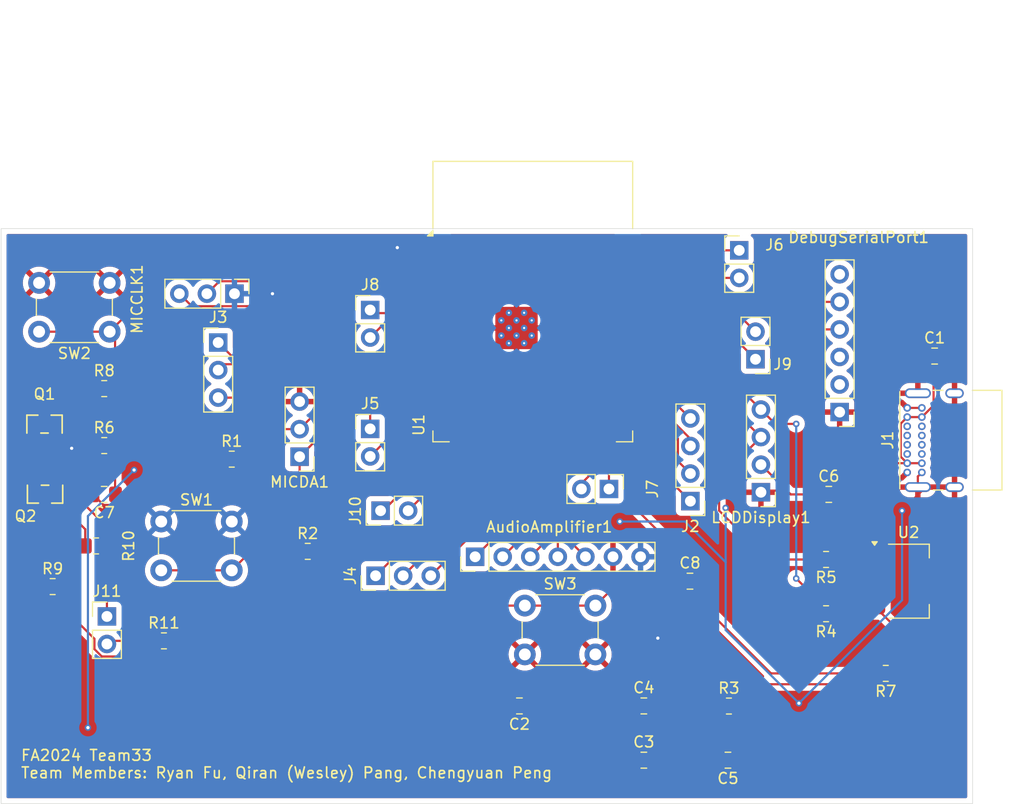
<source format=kicad_pcb>
(kicad_pcb (version 20240108) (generator "pcbnew") (generator_version "8.0")
  (layers (0 "F.Cu" signal) (31 "B.Cu" signal) (34 "B.Paste" user) (35 "F.Paste" user) (36 "B.SilkS" user "B.Silkscreen") (37 "F.SilkS" user "F.Silkscreen") (38 "B.Mask" user) (39 "F.Mask" user) (44 "Edge.Cuts" user))
  (net 0 "")
  (net 1 "GND")
  (net 2 "+5V")
  (net 3 "+3V3")
  (net 4 "Net-(C5-Pad1)")
  (net 11 "/A_Din")
  (net 12 "/A_SDMODEB")
  (net 13 "/A_LRCLK")
  (net 14 "/A_GAIN")
  (net 15 "/A_BCLK")
  (net 16 "/TXS")
  (net 17 "/Chip_EN")
  (net 18 "/GPIO_Strapping")
  (net 19 "/RXS")
  (net 20 "/SDA_LCD")
  (net 21 "/SCL_LCD")
  (net 22 "/MICSDA")
  (net 23 "/MICEN")
  (net 24 "/38")
  (net 25 "/CTS")
  (net 26 "/36")
  (net 27 "/35")
  (net 28 "/37")
  (net 29 "/16")
  (net 30 "/17")
  (net 31 "/46")
  (net 32 "/IO3")
  (net 33 "/15")
  (net 34 "/10")
  (net 35 "/9")
  (net 36 "/11")
  (net 37 "/2")
  (net 38 "/1")
  (net 39 "/MICSCK")
  (net 40 "/48")
  (net 41 "/45")
  (net 42 "/MICWS")
  (net 43 "/7")
  (net 44 "/6")
  (net 45 "/42")
  (net 46 "/41")
  (net 47 "/DTR")
  (net 48 "Net-(Q1-Pad2)")
  (net 49 "Net-(Q1-Pad3)")
  (net 50 "Net-(Q1-Pad1)")
  (net 51 "Net-(Q2-Pad3)")
  (net 54 "/20")
  (net 55 "/19")
  (footprint "Resistor_SMD:R_0805_2012Metric_Pad1.20x1.40mm_HandSolder" (layer "F.Cu") (at 112.75 121.75)
    (property "Reference" "R2" (at 0 -1.65 0) (layer "F.SilkS"))
    (property "Value" "10k")
    (pad "1" smd roundrect (at -1 0) (size 1.2 1.4) (layers "F.Cu" "F.Paste" "F.Mask") (roundrect_rratio 0.208333) (net 1 "GND"))
    (pad "2" smd roundrect (at 1 0) (size 1.2 1.4) (layers "F.Cu" "F.Paste" "F.Mask") (roundrect_rratio 0.208333) (net 23 "/MICEN"))
  )
  (footprint "Resistor_SMD:R_0805_2012Metric_Pad1.20x1.40mm_HandSolder" (layer "F.Cu") (at 160.5 122.5 180)
    (property "Reference" "R5" (at 0 -1.65 0) (layer "F.SilkS"))
    (property "Value" "4.7k")
    (pad "1" smd roundrect (at -1 0 180) (size 1.2 1.4) (layers "F.Cu" "F.Paste" "F.Mask") (roundrect_rratio 0.208333) (net 2 "+5V"))
    (pad "2" smd roundrect (at 1 0 180) (size 1.2 1.4) (layers "F.Cu" "F.Paste" "F.Mask") (roundrect_rratio 0.208333) (net 20 "/SDA_LCD"))
  )
  (footprint "Capacitor_SMD:C_0805_2012Metric_Pad1.18x1.45mm_HandSolder" (layer "F.Cu") (at 160.75 116.5)
    (property "Reference" "C6" (at 0 -1.68 0) (layer "F.SilkS"))
    (property "Value" "10u")
    (pad "1" smd roundrect (at -1.0375 0) (size 1.175 1.45) (layers "F.Cu" "F.Paste" "F.Mask") (roundrect_rratio 0.212766) (net 2 "+5V"))
    (pad "2" smd roundrect (at 1.0375 0) (size 1.175 1.45) (layers "F.Cu" "F.Paste" "F.Mask") (roundrect_rratio 0.212766) (net 1 "GND"))
  )
  (footprint "Button_Switch_THT:SW_PUSH_6mm_H4.3mm" (layer "F.Cu") (at 94.5 101.5 180)
    (property "Reference" "SW2" (at 3.25 -2 0) (layer "F.SilkS"))
    (property "Value" "SW_Push")
    (pad "1" thru_hole circle (at 0 0 270) (size 2 2) (drill 1.1) (layers "*.Cu" "*.Mask") (net 17 "/Chip_EN"))
    (pad "1" thru_hole circle (at 6.5 0 270) (size 2 2) (drill 1.1) (layers "*.Cu" "*.Mask") (net 17 "/Chip_EN"))
    (pad "2" thru_hole circle (at 0 4.5 270) (size 2 2) (drill 1.1) (layers "*.Cu" "*.Mask") (net 1 "GND"))
    (pad "2" thru_hole circle (at 6.5 4.5 270) (size 2 2) (drill 1.1) (layers "*.Cu" "*.Mask") (net 1 "GND"))
  )
  (footprint "Capacitor_SMD:C_0805_2012Metric_Pad1.18x1.45mm_HandSolder" (layer "F.Cu") (at 147.9625 124.5)
    (property "Reference" "C8" (at 0 -1.68 0) (layer "F.SilkS"))
    (property "Value" "1u")
    (pad "1" smd roundrect (at -1.0375 0) (size 1.175 1.45) (layers "F.Cu" "F.Paste" "F.Mask") (roundrect_rratio 0.212766) (net 18 "/GPIO_Strapping"))
    (pad "2" smd roundrect (at 1.0375 0) (size 1.175 1.45) (layers "F.Cu" "F.Paste" "F.Mask") (roundrect_rratio 0.212766) (net 1 "GND"))
  )
  (footprint "Connector_PinHeader_2.54mm:PinHeader_1x04_P2.54mm_Vertical" (layer "F.Cu") (at 148 117.12 180)
    (property "Reference" "J2" (at 0 -2.33 0) (layer "F.SilkS"))
    (property "Value" "Conn_01x04_Pin")
    (pad "1" thru_hole rect (at 0 0 180) (size 1.7 1.7) (drill 1) (layers "*.Cu" "*.Mask") (net 27 "/35"))
    (pad "2" thru_hole oval (at 0 2.54 180) (size 1.7 1.7) (drill 1) (layers "*.Cu" "*.Mask") (net 26 "/36"))
    (pad "3" thru_hole oval (at 0 5.08 180) (size 1.7 1.7) (drill 1) (layers "*.Cu" "*.Mask") (net 28 "/37"))
    (pad "4" thru_hole oval (at 0 7.62 180) (size 1.7 1.7) (drill 1) (layers "*.Cu" "*.Mask") (net 24 "/38"))
  )
  (footprint "Custom:TRAN_SS8050-G_CIP" (layer "F.Cu") (at 88.549999 116.479001 180)
    (property "Reference" "Q2" (at 1.799999 -2.020999 0) (layer "F.SilkS"))
    (property "Value" "SS8050-G")
    (pad "1" smd rect (at -0.950001 1.020999 180) (size 0.5588 1.2192) (layers "F.Cu" "F.Paste" "F.Mask") (net 48 "Net-(Q1-Pad2)"))
    (pad "2" smd rect (at 0.950001 1.020999 180) (size 0.5588 1.2192) (layers "F.Cu" "F.Paste" "F.Mask") (net 50 "Net-(Q1-Pad1)"))
    (pad "3" smd rect (at 0 -1.021 180) (size 0.5588 1.2192) (layers "F.Cu" "F.Paste" "F.Mask") (net 51 "Net-(Q2-Pad3)"))
  )
  (footprint "Connector_PinHeader_2.54mm:PinHeader_1x06_P2.54mm_Vertical" (layer "F.Cu") (at 161.75 108.91 180)
    (property "Reference" "DebugSerialPort1" (at -1.75 16.1 0) (layer "F.SilkS"))
    (property "Value" "Conn_01x06_Pin")
    (pad "1" thru_hole rect (at 0 0 180) (size 1.7 1.7) (drill 1) (layers "*.Cu" "*.Mask") (net 1 "GND"))
    (pad "2" thru_hole oval (at 0 2.54 180) (size 1.7 1.7) (drill 1) (layers "*.Cu" "*.Mask"))
    (pad "3" thru_hole oval (at 0 5.08 180) (size 1.7 1.7) (drill 1) (layers "*.Cu" "*.Mask"))
    (pad "4" thru_hole oval (at 0 7.62 180) (size 1.7 1.7) (drill 1) (layers "*.Cu" "*.Mask") (net 16 "/TXS"))
    (pad "5" thru_hole oval (at 0 10.16 180) (size 1.7 1.7) (drill 1) (layers "*.Cu" "*.Mask") (net 19 "/RXS"))
    (pad "6" thru_hole oval (at 0 12.7 180) (size 1.7 1.7) (drill 1) (layers "*.Cu" "*.Mask"))
  )
  (footprint "Connector_PinHeader_2.54mm:PinHeader_1x02_P2.54mm_Vertical" (layer "F.Cu") (at 119.46 118 90)
    (property "Reference" "J10" (at 0 -2.33 90) (layer "F.SilkS"))
    (property "Value" "Conn_01x02_Pin")
    (pad "1" thru_hole rect (at 0 0 90) (size 1.7 1.7) (drill 1) (layers "*.Cu" "*.Mask") (net 32 "/IO3"))
    (pad "2" thru_hole oval (at 0 2.54 90) (size 1.7 1.7) (drill 1) (layers "*.Cu" "*.Mask") (net 31 "/46"))
  )
  (footprint "Resistor_SMD:R_0805_2012Metric_Pad1.20x1.40mm_HandSolder" (layer "F.Cu") (at 89.25 125)
    (property "Reference" "R9" (at 0 -1.65 0) (layer "F.SilkS"))
    (property "Value" "10k")
    (pad "1" smd roundrect (at -1 0) (size 1.2 1.4) (layers "F.Cu" "F.Paste" "F.Mask") (roundrect_rratio 0.208333) (net 51 "Net-(Q2-Pad3)"))
    (pad "2" smd roundrect (at 1 0) (size 1.2 1.4) (layers "F.Cu" "F.Paste" "F.Mask") (roundrect_rratio 0.208333) (net 18 "/GPIO_Strapping"))
  )
  (footprint "Capacitor_SMD:C_0805_2012Metric_Pad1.18x1.45mm_HandSolder" (layer "F.Cu") (at 132.25 136 180)
    (property "Reference" "C2" (at 0 -1.68 0) (layer "F.SilkS"))
    (property "Value" "0.1u")
    (pad "1" smd roundrect (at -1.0375 0 180) (size 1.175 1.45) (layers "F.Cu" "F.Paste" "F.Mask") (roundrect_rratio 0.212766) (net 3 "+3V3"))
    (pad "2" smd roundrect (at 1.0375 0 180) (size 1.175 1.45) (layers "F.Cu" "F.Paste" "F.Mask") (roundrect_rratio 0.212766) (net 1 "GND"))
  )
  (footprint "Connector_PinHeader_2.54mm:PinHeader_1x02_P2.54mm_Vertical" (layer "F.Cu") (at 154 104.04 180)
    (property "Reference" "J9" (at -2.5 -0.46 0) (layer "F.SilkS"))
    (property "Value" "Conn_01x02_Pin")
    (pad "1" thru_hole rect (at 0 0 180) (size 1.7 1.7) (drill 1) (layers "*.Cu" "*.Mask") (net 46 "/41"))
    (pad "2" thru_hole oval (at 0 2.54 180) (size 1.7 1.7) (drill 1) (layers "*.Cu" "*.Mask") (net 45 "/42"))
  )
  (footprint "Connector_PinHeader_2.54mm:PinHeader_1x03_P2.54mm_Vertical" (layer "F.Cu") (at 112 113.025 180)
    (property "Reference" "MICDA1" (at 0 -2.33 0) (layer "F.SilkS"))
    (property "Value" "Conn_01x03_Socket")
    (pad "1" thru_hole rect (at 0 0 180) (size 1.7 1.7) (drill 1) (layers "*.Cu" "*.Mask") (net 23 "/MICEN"))
    (pad "2" thru_hole oval (at 0 2.54 180) (size 1.7 1.7) (drill 1) (layers "*.Cu" "*.Mask") (net 22 "/MICSDA"))
    (pad "3" thru_hole oval (at 0 5.08 180) (size 1.7 1.7) (drill 1) (layers "*.Cu" "*.Mask") (net 1 "GND"))
  )
  (footprint "Connector_PinHeader_2.54mm:PinHeader_1x07_P2.54mm_Vertical" (layer "F.Cu") (at 128.17 122.25 90)
    (property "Reference" "AudioAmplifier1" (at 2.75 6.83 180) (layer "F.SilkS"))
    (property "Value" "MAX98357A")
    (pad "1" thru_hole rect (at 0 0 90) (size 1.7 1.7) (drill 1) (layers "*.Cu" "*.Mask") (net 13 "/A_LRCLK"))
    (pad "2" thru_hole oval (at 0 2.54 90) (size 1.7 1.7) (drill 1) (layers "*.Cu" "*.Mask") (net 15 "/A_BCLK"))
    (pad "3" thru_hole oval (at 0 5.08 90) (size 1.7 1.7) (drill 1) (layers "*.Cu" "*.Mask") (net 11 "/A_Din"))
    (pad "4" thru_hole oval (at 0 7.62 90) (size 1.7 1.7) (drill 1) (layers "*.Cu" "*.Mask") (net 14 "/A_GAIN"))
    (pad "5" thru_hole oval (at 0 10.16 90) (size 1.7 1.7) (drill 1) (layers "*.Cu" "*.Mask") (net 12 "/A_SDMODEB"))
    (pad "6" thru_hole oval (at 0 12.7 90) (size 1.7 1.7) (drill 1) (layers "*.Cu" "*.Mask") (net 1 "GND"))
    (pad "7" thru_hole oval (at 0 15.24 90) (size 1.7 1.7) (drill 1) (layers "*.Cu" "*.Mask") (net 3 "+3V3"))
  )
  (footprint "Button_Switch_THT:SW_PUSH_6mm_H4.3mm" (layer "F.Cu") (at 132.75 126.75)
    (property "Reference" "SW3" (at 3.25 -2 0) (layer "F.SilkS"))
    (property "Value" "SW_Push")
    (pad "1" thru_hole circle (at 0 0 90) (size 2 2) (drill 1.1) (layers "*.Cu" "*.Mask") (net 18 "/GPIO_Strapping"))
    (pad "1" thru_hole circle (at 6.5 0 90) (size 2 2) (drill 1.1) (layers "*.Cu" "*.Mask") (net 18 "/GPIO_Strapping"))
    (pad "2" thru_hole circle (at 0 4.5 90) (size 2 2) (drill 1.1) (layers "*.Cu" "*.Mask") (net 1 "GND"))
    (pad "2" thru_hole circle (at 6.5 4.5 90) (size 2 2) (drill 1.1) (layers "*.Cu" "*.Mask") (net 1 "GND"))
  )
  (footprint "Capacitor_SMD:C_0805_2012Metric_Pad1.18x1.45mm_HandSolder" (layer "F.Cu") (at 94 116.5 180)
    (property "Reference" "C7" (at 0 -1.68 0) (layer "F.SilkS"))
    (property "Value" "1u")
    (pad "1" smd roundrect (at -1.0375 0 180) (size 1.175 1.45) (layers "F.Cu" "F.Paste" "F.Mask") (roundrect_rratio 0.212766) (net 17 "/Chip_EN"))
    (pad "2" smd roundrect (at 1.0375 0 180) (size 1.175 1.45) (layers "F.Cu" "F.Paste" "F.Mask") (roundrect_rratio 0.212766) (net 1 "GND"))
  )
  (footprint "Connector_PinHeader_2.54mm:PinHeader_1x03_P2.54mm_Vertical" (layer "F.Cu") (at 119 124 90)
    (property "Reference" "J4" (at 0 -2.33 90) (layer "F.SilkS"))
    (property "Value" "Conn_01x03_Pin")
    (pad "1" thru_hole rect (at 0 0 90) (size 1.7 1.7) (drill 1) (layers "*.Cu" "*.Mask") (net 35 "/9"))
    (pad "2" thru_hole oval (at 0 2.54 90) (size 1.7 1.7) (drill 1) (layers "*.Cu" "*.Mask") (net 34 "/10"))
    (pad "3" thru_hole oval (at 0 5.08 90) (size 1.7 1.7) (drill 1) (layers "*.Cu" "*.Mask") (net 36 "/11"))
  )
  (footprint "Custom:TRAN_SS8050-G_CIP" (layer "F.Cu") (at 88.5 110.021)
    (property "Reference" "Q1" (at 0 -2.771 0) (layer "F.SilkS"))
    (property "Value" "SS8050-G")
    (pad "1" smd rect (at -0.950001 1.020999) (size 0.5588 1.2192) (layers "F.Cu" "F.Paste" "F.Mask") (net 50 "Net-(Q1-Pad1)"))
    (pad "2" smd rect (at 0.950001 1.020999) (size 0.5588 1.2192) (layers "F.Cu" "F.Paste" "F.Mask") (net 48 "Net-(Q1-Pad2)"))
    (pad "3" smd rect (at 0 -1.021) (size 0.5588 1.2192) (layers "F.Cu" "F.Paste" "F.Mask") (net 49 "Net-(Q1-Pad3)"))
  )
  (footprint "Resistor_SMD:R_0805_2012Metric_Pad1.20x1.40mm_HandSolder" (layer "F.Cu") (at 99.5 130)
    (property "Reference" "R11" (at 0 -1.65 0) (layer "F.SilkS"))
    (property "Value" "10k")
    (pad "1" smd roundrect (at -1 0) (size 1.2 1.4) (layers "F.Cu" "F.Paste" "F.Mask") (roundrect_rratio 0.208333) (net 25 "/CTS"))
    (pad "2" smd roundrect (at 1 0) (size 1.2 1.4) (layers "F.Cu" "F.Paste" "F.Mask") (roundrect_rratio 0.208333) (net 48 "Net-(Q1-Pad2)"))
  )
  (footprint "Resistor_SMD:R_0805_2012Metric_Pad1.20x1.40mm_HandSolder" (layer "F.Cu") (at 93.25 121.25)
    (property "Reference" "R10" (at 3 0 90) (layer "F.SilkS"))
    (property "Value" "10k")
    (pad "1" smd roundrect (at -1 0) (size 1.2 1.4) (layers "F.Cu" "F.Paste" "F.Mask") (roundrect_rratio 0.208333) (net 50 "Net-(Q1-Pad1)"))
    (pad "2" smd roundrect (at 1 0) (size 1.2 1.4) (layers "F.Cu" "F.Paste" "F.Mask") (roundrect_rratio 0.208333) (net 47 "/DTR"))
  )
  (footprint "Connector_USB:USB_C_Receptacle_GCT_USB4085" (layer "F.Cu") (at 167.975 114.475 90)
    (property "Reference" "J1" (at 2.975 -1.8 90) (layer "F.SilkS"))
    (property "Value" "USB_C_Receptacle_USB2.0_16P")
    (pad "A1" thru_hole circle (at 0 0 90) (size 0.7 0.7) (drill 0.4) (layers "*.Cu" "*.Mask") (net 1 "GND"))
    (pad "A4" thru_hole circle (at 0.85 0 90) (size 0.7 0.7) (drill 0.4) (layers "*.Cu" "*.Mask") (net 2 "+5V"))
    (pad "A5" thru_hole circle (at 1.7 0 90) (size 0.7 0.7) (drill 0.4) (layers "*.Cu" "*.Mask"))
    (pad "A6" thru_hole circle (at 2.55 0 90) (size 0.7 0.7) (drill 0.4) (layers "*.Cu" "*.Mask"))
    (pad "A7" thru_hole circle (at 3.4 0 90) (size 0.7 0.7) (drill 0.4) (layers "*.Cu" "*.Mask"))
    (pad "A8" thru_hole circle (at 4.25 0 90) (size 0.7 0.7) (drill 0.4) (layers "*.Cu" "*.Mask"))
    (pad "A9" thru_hole circle (at 5.1 0 90) (size 0.7 0.7) (drill 0.4) (layers "*.Cu" "*.Mask") (net 2 "+5V"))
    (pad "A12" thru_hole circle (at 5.95 0 90) (size 0.7 0.7) (drill 0.4) (layers "*.Cu" "*.Mask") (net 1 "GND"))
    (pad "B1" thru_hole circle (at 5.95 1.35 90) (size 0.7 0.7) (drill 0.4) (layers "*.Cu" "*.Mask") (net 1 "GND"))
    (pad "B4" thru_hole circle (at 5.1 1.35 90) (size 0.7 0.7) (drill 0.4) (layers "*.Cu" "*.Mask") (net 2 "+5V"))
    (pad "B5" thru_hole circle (at 4.25 1.35 90) (size 0.7 0.7) (drill 0.4) (layers "*.Cu" "*.Mask"))
    (pad "B6" thru_hole circle (at 3.4 1.35 90) (size 0.7 0.7) (drill 0.4) (layers "*.Cu" "*.Mask"))
    (pad "B7" thru_hole circle (at 2.55 1.35 90) (size 0.7 0.7) (drill 0.4) (layers "*.Cu" "*.Mask"))
    (pad "B8" thru_hole circle (at 1.7 1.35 90) (size 0.7 0.7) (drill 0.4) (layers "*.Cu" "*.Mask"))
    (pad "B9" thru_hole circle (at 0.85 1.35 90) (size 0.7 0.7) (drill 0.4) (layers "*.Cu" "*.Mask") (net 2 "+5V"))
    (pad "B12" thru_hole circle (at 0 1.35 90) (size 0.7 0.7) (drill 0.4) (layers "*.Cu" "*.Mask") (net 1 "GND"))
    (pad "S1" thru_hole oval (at -1.35 0.98 90) (size 0.9 2.4) (drill oval 0.6 2.1) (layers "*.Cu" "*.Mask") (net 1 "GND"))
    (pad "S1" thru_hole oval (at -1.35 4.36 90) (size 0.9 1.7) (drill oval 0.6 1.4) (layers "*.Cu" "*.Mask") (net 1 "GND"))
    (pad "S1" thru_hole oval (at 7.3 0.98 90) (size 0.9 2.4) (drill oval 0.6 2.1) (layers "*.Cu" "*.Mask") (net 1 "GND"))
    (pad "S1" thru_hole oval (at 7.3 4.36 90) (size 0.9 1.7) (drill oval 0.6 1.4) (layers "*.Cu" "*.Mask") (net 1 "GND"))
  )
  (footprint "Resistor_SMD:R_0805_2012Metric_Pad1.20x1.40mm_HandSolder" (layer "F.Cu") (at 94 106.75)
    (property "Reference" "R8" (at 0 -1.65 0) (layer "F.SilkS"))
    (property "Value" "10k")
    (pad "1" smd roundrect (at -1 0) (size 1.2 1.4) (layers "F.Cu" "F.Paste" "F.Mask") (roundrect_rratio 0.208333) (net 49 "Net-(Q1-Pad3)"))
    (pad "2" smd roundrect (at 1 0) (size 1.2 1.4) (layers "F.Cu" "F.Paste" "F.Mask") (roundrect_rratio 0.208333) (net 17 "/Chip_EN"))
  )
  (footprint "Connector_PinHeader_2.54mm:PinHeader_1x02_P2.54mm_Vertical" (layer "F.Cu") (at 94.25 127.75)
    (property "Reference" "J11" (at 0 -2.33 0) (layer "F.SilkS"))
    (property "Value" "Conn_01x02_Pin")
    (pad "1" thru_hole rect (at 0 0) (size 1.7 1.7) (drill 1) (layers "*.Cu" "*.Mask") (net 47 "/DTR"))
    (pad "2" thru_hole oval (at 0 2.54) (size 1.7 1.7) (drill 1) (layers "*.Cu" "*.Mask") (net 25 "/CTS"))
  )
  (footprint "Capacitor_SMD:C_0805_2012Metric_Pad1.18x1.45mm_HandSolder" (layer "F.Cu") (at 170.5 103.75)
    (property "Reference" "C1" (at 0 -1.68 0) (layer "F.SilkS"))
    (property "Value" "10u")
    (pad "1" smd roundrect (at -1.0375 0) (size 1.175 1.45) (layers "F.Cu" "F.Paste" "F.Mask") (roundrect_rratio 0.212766) (net 2 "+5V"))
    (pad "2" smd roundrect (at 1.0375 0) (size 1.175 1.45) (layers "F.Cu" "F.Paste" "F.Mask") (roundrect_rratio 0.212766) (net 1 "GND"))
  )
  (footprint "Resistor_SMD:R_0805_2012Metric_Pad1.20x1.40mm_HandSolder" (layer "F.Cu") (at 105.75 113.25)
    (property "Reference" "R1" (at 0 -1.65 0) (layer "F.SilkS"))
    (property "Value" "100k")
    (pad "1" smd roundrect (at -1 0) (size 1.2 1.4) (layers "F.Cu" "F.Paste" "F.Mask") (roundrect_rratio 0.208333) (net 1 "GND"))
    (pad "2" smd roundrect (at 1 0) (size 1.2 1.4) (layers "F.Cu" "F.Paste" "F.Mask") (roundrect_rratio 0.208333) (net 22 "/MICSDA"))
  )
  (footprint "Resistor_SMD:R_0805_2012Metric_Pad1.20x1.40mm_HandSolder" (layer "F.Cu") (at 160.5 127.5 180)
    (property "Reference" "R4" (at 0 -1.65 0) (layer "F.SilkS"))
    (property "Value" "4.7k")
    (pad "1" smd roundrect (at -1 0 180) (size 1.2 1.4) (layers "F.Cu" "F.Paste" "F.Mask") (roundrect_rratio 0.208333) (net 2 "+5V"))
    (pad "2" smd roundrect (at 1 0 180) (size 1.2 1.4) (layers "F.Cu" "F.Paste" "F.Mask") (roundrect_rratio 0.208333) (net 21 "/SCL_LCD"))
  )
  (footprint "Connector_PinHeader_2.54mm:PinHeader_1x03_P2.54mm_Vertical" (layer "F.Cu") (at 106 98 -90)
    (property "Reference" "MICCLK1" (at 0.5 8.975 90) (layer "F.SilkS"))
    (property "Value" "Conn_01x03_Socket")
    (pad "1" thru_hole rect (at 0 0 270) (size 1.7 1.7) (drill 1) (layers "*.Cu" "*.Mask") (net 3 "+3V3"))
    (pad "2" thru_hole oval (at 0 2.54 270) (size 1.7 1.7) (drill 1) (layers "*.Cu" "*.Mask") (net 39 "/MICSCK"))
    (pad "3" thru_hole oval (at 0 5.08 270) (size 1.7 1.7) (drill 1) (layers "*.Cu" "*.Mask") (net 42 "/MICWS"))
  )
  (footprint "Resistor_SMD:R_0805_2012Metric_Pad1.20x1.40mm_HandSolder" (layer "F.Cu") (at 166 133 180)
    (property "Reference" "R7" (at 0 -1.65 0) (layer "F.SilkS"))
    (property "Value" "100k")
    (pad "1" smd roundrect (at -1 0 180) (size 1.2 1.4) (layers "F.Cu" "F.Paste" "F.Mask") (roundrect_rratio 0.208333) (net 3 "+3V3"))
    (pad "2" smd roundrect (at 1 0 180) (size 1.2 1.4) (layers "F.Cu" "F.Paste" "F.Mask") (roundrect_rratio 0.208333) (net 18 "/GPIO_Strapping"))
  )
  (footprint "Resistor_SMD:R_0805_2012Metric_Pad1.20x1.40mm_HandSolder" (layer "F.Cu") (at 94 112)
    (property "Reference" "R6" (at 0 -1.65 0) (layer "F.SilkS"))
    (property "Value" "100k")
    (pad "1" smd roundrect (at -1 0) (size 1.2 1.4) (layers "F.Cu" "F.Paste" "F.Mask") (roundrect_rratio 0.208333) (net 3 "+3V3"))
    (pad "2" smd roundrect (at 1 0) (size 1.2 1.4) (layers "F.Cu" "F.Paste" "F.Mask") (roundrect_rratio 0.208333) (net 17 "/Chip_EN"))
  )
  (footprint "Connector_PinHeader_2.54mm:PinHeader_1x02_P2.54mm_Vertical" (layer "F.Cu") (at 140.5 116 -90)
    (property "Reference" "J7" (at 0 -4 90) (layer "F.SilkS"))
    (property "Value" "Conn_01x02_Pin" (hide yes))
    (pad "1" thru_hole rect (at 0 0 270) (size 1.7 1.7) (drill 1) (layers "*.Cu" "*.Mask") (net 41 "/45"))
    (pad "2" thru_hole oval (at 0 2.54 270) (size 1.7 1.7) (drill 1) (layers "*.Cu" "*.Mask") (net 40 "/48"))
  )
  (footprint "Capacitor_SMD:C_0805_2012Metric_Pad1.18x1.45mm_HandSolder" (layer "F.Cu") (at 151.4625 141 180)
    (property "Reference" "C5" (at 0 -1.68 0) (layer "F.SilkS"))
    (property "Value" "1u")
    (pad "1" smd roundrect (at -1.0375 0 180) (size 1.175 1.45) (layers "F.Cu" "F.Paste" "F.Mask") (roundrect_rratio 0.212766) (net 4 "Net-(C5-Pad1)"))
    (pad "2" smd roundrect (at 1.0375 0 180) (size 1.175 1.45) (layers "F.Cu" "F.Paste" "F.Mask") (roundrect_rratio 0.212766) (net 1 "GND"))
  )
  (footprint "Connector_PinHeader_2.54mm:PinHeader_1x02_P2.54mm_Vertical" (layer "F.Cu") (at 118.5 110.46)
    (property "Reference" "J5" (at 0 -2.33 0) (layer "F.SilkS"))
    (property "Value" "Conn_01x02_Pin")
    (pad "1" thru_hole rect (at 0 0) (size 1.7 1.7) (drill 1) (layers "*.Cu" "*.Mask") (net 55 "/19"))
    (pad "2" thru_hole oval (at 0 2.54) (size 1.7 1.7) (drill 1) (layers "*.Cu" "*.Mask") (net 54 "/20"))
  )
  (footprint "Connector_PinHeader_2.54mm:PinHeader_1x02_P2.54mm_Vertical" (layer "F.Cu") (at 152.5 94)
    (property "Reference" "J6" (at 3.25 -0.5 0) (layer "F.SilkS"))
    (property "Value" "Conn_01x02_Pin")
    (pad "1" thru_hole rect (at 0 0) (size 1.7 1.7) (drill 1) (layers "*.Cu" "*.Mask") (net 38 "/1"))
    (pad "2" thru_hole oval (at 0 2.54) (size 1.7 1.7) (drill 1) (layers "*.Cu" "*.Mask") (net 37 "/2"))
  )
  (footprint "Button_Switch_THT:SW_PUSH_6mm_H4.3mm" (layer "F.Cu") (at 99.25 119)
    (property "Reference" "SW1" (at 3.25 -2 0) (layer "F.SilkS"))
    (property "Value" "SW_Push")
    (pad "1" thru_hole circle (at 0 0 90) (size 2 2) (drill 1.1) (layers "*.Cu" "*.Mask") (net 3 "+3V3"))
    (pad "1" thru_hole circle (at 6.5 0 90) (size 2 2) (drill 1.1) (layers "*.Cu" "*.Mask") (net 3 "+3V3"))
    (pad "2" thru_hole circle (at 0 4.5 90) (size 2 2) (drill 1.1) (layers "*.Cu" "*.Mask") (net 23 "/MICEN"))
    (pad "2" thru_hole circle (at 6.5 4.5 90) (size 2 2) (drill 1.1) (layers "*.Cu" "*.Mask") (net 23 "/MICEN"))
  )
  (footprint "Connector_PinHeader_2.54mm:PinHeader_1x03_P2.54mm_Vertical" (layer "F.Cu") (at 104.5 102.5)
    (property "Reference" "J3" (at 0 -2.33 0) (layer "F.SilkS"))
    (property "Value" "Conn_01x03_Pin")
    (pad "1" thru_hole rect (at 0 0) (size 1.7 1.7) (drill 1) (layers "*.Cu" "*.Mask") (net 33 "/15"))
    (pad "2" thru_hole oval (at 0 2.54) (size 1.7 1.7) (drill 1) (layers "*.Cu" "*.Mask") (net 29 "/16"))
    (pad "3" thru_hole oval (at 0 5.08) (size 1.7 1.7) (drill 1) (layers "*.Cu" "*.Mask") (net 30 "/17"))
  )
  (footprint "Capacitor_SMD:C_0805_2012Metric_Pad1.18x1.45mm_HandSolder" (layer "F.Cu") (at 143.7125 141)
    (property "Reference" "C3" (at 0 -1.68 0) (layer "F.SilkS"))
    (property "Value" "10u")
    (pad "1" smd roundrect (at -1.0375 0) (size 1.175 1.45) (layers "F.Cu" "F.Paste" "F.Mask") (roundrect_rratio 0.212766) (net 3 "+3V3"))
    (pad "2" smd roundrect (at 1.0375 0) (size 1.175 1.45) (layers "F.Cu" "F.Paste" "F.Mask") (roundrect_rratio 0.212766) (net 1 "GND"))
  )
  (footprint "Connector_PinHeader_2.54mm:PinHeader_1x02_P2.54mm_Vertical" (layer "F.Cu") (at 118.5 99.5)
    (property "Reference" "J8" (at 0 -2.33 0) (layer "F.SilkS"))
    (property "Value" "Conn_01x02_Pin")
    (pad "1" thru_hole rect (at 0 0) (size 1.7 1.7) (drill 1) (layers "*.Cu" "*.Mask") (net 44 "/6"))
    (pad "2" thru_hole oval (at 0 2.54) (size 1.7 1.7) (drill 1) (layers "*.Cu" "*.Mask") (net 43 "/7"))
  )
  (footprint "Resistor_SMD:R_0805_2012Metric_Pad1.20x1.40mm_HandSolder" (layer "F.Cu") (at 151.55 136.01)
    (property "Reference" "R3" (at 0 -1.65 0) (layer "F.SilkS"))
    (property "Value" "10k")
    (pad "1" smd roundrect (at -1 0) (size 1.2 1.4) (layers "F.Cu" "F.Paste" "F.Mask") (roundrect_rratio 0.208333) (net 3 "+3V3"))
    (pad "2" smd roundrect (at 1 0) (size 1.2 1.4) (layers "F.Cu" "F.Paste" "F.Mask") (roundrect_rratio 0.208333) (net 4 "Net-(C5-Pad1)"))
  )
  (footprint "Package_TO_SOT_SMD:SOT-223-3_TabPin2" (layer "F.Cu") (at 168.1 124.5)
    (property "Reference" "U2" (at 0 -4.5 0) (layer "F.SilkS"))
    (property "Value" "TC1262-33")
    (pad "1" smd roundrect (at -3.15 -2.3) (size 2 1.5) (layers "F.Cu" "F.Paste" "F.Mask") (net 2 "+5V"))
    (pad "2" smd roundrect (at -3.15 0) (size 2 1.5) (layers "F.Cu" "F.Paste" "F.Mask") (net 1 "GND"))
    (pad "2" smd roundrect (at 3.15 0) (size 2 3.8) (layers "F.Cu" "F.Paste" "F.Mask") (net 1 "GND"))
    (pad "3" smd roundrect (at -3.15 2.3) (size 2 1.5) (layers "F.Cu" "F.Paste" "F.Mask") (net 3 "+3V3"))
  )
  (footprint "RF_Module:ESP32-S3-WROOM-1" (layer "F.Cu") (at 133.4825 98.7)
    (property "Reference" "U1" (at -10.5 11.4 90) (layer "F.SilkS"))
    (property "Value" "ESP32-S3-WROOM-1")
    (pad "1" smd rect (at -8.75 -5.26) (size 1.5 0.9) (layers "F.Cu" "F.Paste" "F.Mask") (net 1 "GND"))
    (pad "2" smd rect (at -8.75 -3.99) (size 1.5 0.9) (layers "F.Cu" "F.Paste" "F.Mask") (net 3 "+3V3"))
    (pad "3" smd rect (at -8.75 -2.72) (size 1.5 0.9) (layers "F.Cu" "F.Paste" "F.Mask") (net 17 "/Chip_EN"))
    (pad "4" smd rect (at -8.75 -1.45) (size 1.5 0.9) (layers "F.Cu" "F.Paste" "F.Mask") (net 39 "/MICSCK"))
    (pad "5" smd rect (at -8.75 -0.18) (size 1.5 0.9) (layers "F.Cu" "F.Paste" "F.Mask") (net 42 "/MICWS"))
    (pad "6" smd rect (at -8.75 1.09) (size 1.5 0.9) (layers "F.Cu" "F.Paste" "F.Mask") (net 44 "/6"))
    (pad "7" smd rect (at -8.75 2.36) (size 1.5 0.9) (layers "F.Cu" "F.Paste" "F.Mask") (net 43 "/7"))
    (pad "8" smd rect (at -8.75 3.63) (size 1.5 0.9) (layers "F.Cu" "F.Paste" "F.Mask") (net 33 "/15"))
    (pad "9" smd rect (at -8.75 4.9) (size 1.5 0.9) (layers "F.Cu" "F.Paste" "F.Mask") (net 29 "/16"))
    (pad "10" smd rect (at -8.75 6.17) (size 1.5 0.9) (layers "F.Cu" "F.Paste" "F.Mask") (net 30 "/17"))
    (pad "11" smd rect (at -8.75 7.44) (size 1.5 0.9) (layers "F.Cu" "F.Paste" "F.Mask") (net 22 "/MICSDA"))
    (pad "12" smd rect (at -8.75 8.71) (size 1.5 0.9) (layers "F.Cu" "F.Paste" "F.Mask") (net 23 "/MICEN"))
    (pad "13" smd rect (at -8.75 9.98) (size 1.5 0.9) (layers "F.Cu" "F.Paste" "F.Mask") (net 55 "/19"))
    (pad "14" smd rect (at -8.75 11.25 180) (size 1.5 0.9) (layers "F.Cu" "F.Paste" "F.Mask") (net 54 "/20"))
    (pad "15" smd rect (at -6.985 12.5 270) (size 1.5 0.9) (layers "F.Cu" "F.Paste" "F.Mask") (net 32 "/IO3"))
    (pad "16" smd rect (at -5.715 12.5 270) (size 1.5 0.9) (layers "F.Cu" "F.Paste" "F.Mask") (net 31 "/46"))
    (pad "17" smd rect (at -4.445 12.5 270) (size 1.5 0.9) (layers "F.Cu" "F.Paste" "F.Mask") (net 35 "/9"))
    (pad "18" smd rect (at -3.175 12.5 270) (size 1.5 0.9) (layers "F.Cu" "F.Paste" "F.Mask") (net 34 "/10"))
    (pad "19" smd rect (at -1.905 12.5 270) (size 1.5 0.9) (layers "F.Cu" "F.Paste" "F.Mask") (net 36 "/11"))
    (pad "20" smd rect (at -0.635 12.5 270) (size 1.5 0.9) (layers "F.Cu" "F.Paste" "F.Mask") (net 13 "/A_LRCLK"))
    (pad "21" smd rect (at 0.635 12.5 270) (size 1.5 0.9) (layers "F.Cu" "F.Paste" "F.Mask") (net 15 "/A_BCLK"))
    (pad "22" smd rect (at 1.905 12.5 270) (size 1.5 0.9) (layers "F.Cu" "F.Paste" "F.Mask") (net 11 "/A_Din"))
    (pad "23" smd rect (at 3.175 12.5 270) (size 1.5 0.9) (layers "F.Cu" "F.Paste" "F.Mask") (net 14 "/A_GAIN"))
    (pad "24" smd rect (at 4.445 12.5 270) (size 1.5 0.9) (layers "F.Cu" "F.Paste" "F.Mask") (net 12 "/A_SDMODEB"))
    (pad "25" smd rect (at 5.715 12.5 270) (size 1.5 0.9) (layers "F.Cu" "F.Paste" "F.Mask") (net 40 "/48"))
    (pad "26" smd rect (at 6.985 12.5 270) (size 1.5 0.9) (layers "F.Cu" "F.Paste" "F.Mask") (net 41 "/45"))
    (pad "27" smd rect (at 8.75 11.25) (size 1.5 0.9) (layers "F.Cu" "F.Paste" "F.Mask") (net 18 "/GPIO_Strapping"))
    (pad "28" smd rect (at 8.75 9.98) (size 1.5 0.9) (layers "F.Cu" "F.Paste" "F.Mask") (net 27 "/35"))
    (pad "29" smd rect (at 8.75 8.71) (size 1.5 0.9) (layers "F.Cu" "F.Paste" "F.Mask") (net 26 "/36"))
    (pad "30" smd rect (at 8.75 7.44) (size 1.5 0.9) (layers "F.Cu" "F.Paste" "F.Mask") (net 28 "/37"))
    (pad "31" smd rect (at 8.75 6.17) (size 1.5 0.9) (layers "F.Cu" "F.Paste" "F.Mask") (net 24 "/38"))
    (pad "32" smd rect (at 8.75 4.9) (size 1.5 0.9) (layers "F.Cu" "F.Paste" "F.Mask") (net 20 "/SDA_LCD"))
    (pad "33" smd rect (at 8.75 3.63) (size 1.5 0.9) (layers "F.Cu" "F.Paste" "F.Mask") (net 21 "/SCL_LCD"))
    (pad "34" smd rect (at 8.75 2.36) (size 1.5 0.9) (layers "F.Cu" "F.Paste" "F.Mask") (net 46 "/41"))
    (pad "35" smd rect (at 8.75 1.09) (size 1.5 0.9) (layers "F.Cu" "F.Paste" "F.Mask") (net 45 "/42"))
    (pad "36" smd rect (at 8.75 -0.18) (size 1.5 0.9) (layers "F.Cu" "F.Paste" "F.Mask") (net 16 "/TXS"))
    (pad "37" smd rect (at 8.75 -1.45) (size 1.5 0.9) (layers "F.Cu" "F.Paste" "F.Mask") (net 19 "/RXS"))
    (pad "38" smd rect (at 8.75 -2.72) (size 1.5 0.9) (layers "F.Cu" "F.Paste" "F.Mask") (net 37 "/2"))
    (pad "39" smd rect (at 8.75 -3.99) (size 1.5 0.9) (layers "F.Cu" "F.Paste" "F.Mask") (net 38 "/1"))
    (pad "40" smd rect (at 8.75 -5.26) (size 1.5 0.9) (layers "F.Cu" "F.Paste" "F.Mask") (net 1 "GND"))
    (pad "41" thru_hole circle (at -2.9 1.76 90) (size 0.6 0.6) (drill 0.2) (property pad_prop_heatsink) (layers "*.Cu" "F.Mask") (net 1 "GND"))
    (pad "41" thru_hole circle (at -2.9 3.16) (size 0.6 0.6) (drill 0.2) (property pad_prop_heatsink) (layers "*.Cu" "F.Mask") (net 1 "GND"))
    (pad "41" thru_hole circle (at -2.2 1.06) (size 0.6 0.6) (drill 0.2) (property pad_prop_heatsink) (layers "*.Cu" "F.Mask") (net 1 "GND"))
    (pad "41" thru_hole circle (at -2.2 2.46) (size 0.6 0.6) (drill 0.2) (property pad_prop_heatsink) (layers "*.Cu" "F.Mask") (net 1 "GND"))
    (pad "41" thru_hole circle (at -2.2 3.86) (size 0.6 0.6) (drill 0.2) (property pad_prop_heatsink) (layers "*.Cu" "F.Mask") (net 1 "GND"))
    (pad "41" thru_hole circle (at -1.5 1.76) (size 0.6 0.6) (drill 0.2) (property pad_prop_heatsink) (layers "*.Cu" "F.Mask") (net 1 "GND"))
    (pad "41" smd rect (at -1.5 2.46 270) (size 3.9 3.9) (layers "F.Cu" "F.Mask") (net 1 "GND"))
    (pad "41" thru_hole circle (at -1.5 3.16) (size 0.6 0.6) (drill 0.2) (property pad_prop_heatsink) (layers "*.Cu" "F.Mask") (net 1 "GND"))
    (pad "41" thru_hole circle (at -0.8 1.06) (size 0.6 0.6) (drill 0.2) (property pad_prop_heatsink) (layers "*.Cu" "F.Mask") (net 1 "GND"))
    (pad "41" thru_hole circle (at -0.8 2.46) (size 0.6 0.6) (drill 0.2) (property pad_prop_heatsink) (layers "*.Cu" "F.Mask") (net 1 "GND"))
    (pad "41" thru_hole circle (at -0.8 3.86) (size 0.6 0.6) (drill 0.2) (property pad_prop_heatsink) (layers "*.Cu" "F.Mask") (net 1 "GND"))
    (pad "41" thru_hole circle (at -0.1 1.76) (size 0.6 0.6) (drill 0.2) (property pad_prop_heatsink) (layers "*.Cu" "F.Mask") (net 1 "GND"))
    (pad "41" thru_hole circle (at -0.1 3.16) (size 0.6 0.6) (drill 0.2) (property pad_prop_heatsink) (layers "*.Cu" "F.Mask") (net 1 "GND"))
    (zone (net 0) (net_name "") (layers "F.Cu" "In1.Cu" "B.Cu") (connect_pads (clearance 0)) (min_thickness 0.254)
      (keepout (tracks not_allowed) (vias not_allowed) (pads not_allowed) (copperpour not_allowed) (footprints not_allowed))
      (fill (thermal_gap 0.508) (thermal_bridge_width 0.508))
      (polygon (pts (xy 109.4825 91.95) (xy 157.4825 91.95) (xy 157.4825 70.95) (xy 109.4825 70.95)))
    )
  )
  (footprint "Capacitor_SMD:C_0805_2012Metric_Pad1.18x1.45mm_HandSolder" (layer "F.Cu") (at 143.7125 136)
    (property "Reference" "C4" (at 0 -1.68 0) (layer "F.SilkS"))
    (property "Value" "0.1u")
    (pad "1" smd roundrect (at -1.0375 0) (size 1.175 1.45) (layers "F.Cu" "F.Paste" "F.Mask") (roundrect_rratio 0.212766) (net 3 "+3V3"))
    (pad "2" smd roundrect (at 1.0375 0) (size 1.175 1.45) (layers "F.Cu" "F.Paste" "F.Mask") (roundrect_rratio 0.212766) (net 1 "GND"))
  )
  (footprint "Connector_PinHeader_2.54mm:PinHeader_1x04_P2.54mm_Vertical" (layer "F.Cu") (at 154.5 116.3 180)
    (property "Reference" "LCDDisplay1" (at 0 -2.33 0) (layer "F.SilkS"))
    (property "Value" "Conn_01x04_Pin")
    (pad "1" thru_hole rect (at 0 0 180) (size 1.7 1.7) (drill 1) (layers "*.Cu" "*.Mask") (net 1 "GND"))
    (pad "2" thru_hole oval (at 0 2.54 180) (size 1.7 1.7) (drill 1) (layers "*.Cu" "*.Mask") (net 2 "+5V"))
    (pad "3" thru_hole oval (at 0 5.08 180) (size 1.7 1.7) (drill 1) (layers "*.Cu" "*.Mask") (net 20 "/SDA_LCD"))
    (pad "4" thru_hole oval (at 0 7.62 180) (size 1.7 1.7) (drill 1) (layers "*.Cu" "*.Mask") (net 21 "/SCL_LCD"))
  )
  (gr_rect (start 84.5 92) (end 174 145) (stroke (width 0.05)) (fill none) (layer "Edge.Cuts"))
  (gr_text "FA2024 Team33\nTeam Members: Ryan Fu, Qiran (Wesley) Pang, Chengyuan Peng" (at 86.25 142.75 0) (layer "F.SilkS") (effects (font (size 1 1)) (justify left bottom)))
  (segment (start 167.5 118) (end 169.325 116.175) (width 0.2) (layer "F.Cu") (net 1))
  (segment (start 168.955 115.825) (end 168.955 114.845) (width 0.2) (layer "F.Cu") (net 1))
  (segment (start 169.325 108.525) (end 167.975 108.525) (width 0.2) (layer "F.Cu") (net 1))
  (segment (start 154.5 116.3) (end 152.7 116.3) (width 0.2) (layer "F.Cu") (net 1))
  (segment (start 140.87 119.63) (end 140.87 122.25) (width 0.2) (layer "F.Cu") (net 1))
  (segment (start 93.9375 117.475) (end 95.775 117.475) (width 0.2) (layer "F.Cu") (net 1))
  (segment (start 95.775 117.475) (end 96.75 116.5) (width 0.2) (layer "F.Cu") (net 1))
  (segment (start 96.75 116.5) (end 96.75 114.25) (width 0.2) (layer "F.Cu") (net 1))
  (segment (start 141.5 119) (end 140.87 119.63) (width 0.2) (layer "F.Cu") (net 1))
  (segment (start 92.9625 116.5) (end 93.9375 117.475) (width 0.2) (layer "F.Cu") (net 1))
  (segment (start 152.7 116.3) (end 151.25 117.75) (width 0.2) (layer "F.Cu") (net 1))
  (segment (start 168.955 114.845) (end 169.325 114.475) (width 0.2) (layer "F.Cu") (net 1))
  (via (at 141.5 119) (size 0.6) (drill 0.3) (layers "F.Cu" "B.Cu") (net 1))
  (via (at 158 135.75) (size 0.6) (drill 0.3) (layers "F.Cu" "B.Cu") (net 1))
  (via (at 167.5 118) (size 0.6) (drill 0.3) (layers "F.Cu" "B.Cu") (net 1))
  (via (at 92.5 138) (size 0.6) (drill 0.3) (layers "F.Cu" "B.Cu") (net 1))
  (via (at 151.25 117.75) (size 0.6) (drill 0.3) (layers "F.Cu" "B.Cu") (net 1))
  (via (at 96.75 114.25) (size 0.6) (drill 0.3) (layers "F.Cu" "B.Cu") (net 1))
  (segment (start 96.75 114.25) (end 92.5 118.5) (width 0.2) (layer "B.Cu") (net 1))
  (segment (start 158 135.75) (end 151.25 129) (width 0.2) (layer "B.Cu") (net 1))
  (segment (start 151.25 122.75) (end 147.5 119) (width 0.2) (layer "B.Cu") (net 1))
  (segment (start 147.5 119) (end 141.5 119) (width 0.2) (layer "B.Cu") (net 1))
  (segment (start 151.25 122.75) (end 151.25 117.75) (width 0.2) (layer "B.Cu") (net 1))
  (segment (start 151.25 129) (end 151.25 122.75) (width 0.2) (layer "B.Cu") (net 1))
  (segment (start 167.5 118) (end 167.5 126.25) (width 0.2) (layer "B.Cu") (net 1))
  (segment (start 92.5 118.5) (end 92.5 138) (width 0.2) (layer "B.Cu") (net 1))
  (segment (start 167.5 126.25) (end 158 135.75) (width 0.2) (layer "B.Cu") (net 1))
  (segment (start 162.5875 113.625) (end 167.975 113.625) (width 0.2) (layer "F.Cu") (net 2))
  (segment (start 164.95 122.2) (end 161.8 122.2) (width 0.2) (layer "F.Cu") (net 2))
  (segment (start 159.7125 120.2125) (end 159.7125 116.5) (width 0.2) (layer "F.Cu") (net 2))
  (segment (start 159.7125 116.5) (end 157.24 116.5) (width 0.2) (layer "F.Cu") (net 2))
  (segment (start 170.405 104.6925) (end 169.4625 103.75) (width 0.2) (layer "F.Cu") (net 2))
  (segment (start 167.375 109.975) (end 167.375 113.025) (width 0.2) (layer "F.Cu") (net 2))
  (segment (start 161.8 122.2) (end 161.5 122.5) (width 0.2) (layer "F.Cu") (net 2))
  (segment (start 167.975 113.625) (end 169.325 113.625) (width 0.2) (layer "F.Cu") (net 2))
  (segment (start 161.5 122) (end 159.7125 120.2125) (width 0.2) (layer "F.Cu") (net 2))
  (segment (start 161.5 122.5) (end 161.5 122) (width 0.2) (layer "F.Cu") (net 2))
  (segment (start 161.5 127.5) (end 161.5 122.5) (width 0.2) (layer "F.Cu") (net 2))
  (segment (start 157.24 116.5) (end 154.5 113.76) (width 0.2) (layer "F.Cu") (net 2))
  (segment (start 159.7125 116.5) (end 162.5875 113.625) (width 0.2) (layer "F.Cu") (net 2))
  (segment (start 169.325 109.375) (end 170.405 108.295) (width 0.2) (layer "F.Cu") (net 2))
  (segment (start 169.325 109.375) (end 167.975 109.375) (width 0.2) (layer "F.Cu") (net 2))
  (segment (start 167.375 113.025) (end 167.975 113.625) (width 0.2) (layer "F.Cu") (net 2))
  (segment (start 170.405 108.295) (end 170.405 104.6925) (width 0.2) (layer "F.Cu") (net 2))
  (segment (start 167.975 109.375) (end 167.375 109.975) (width 0.2) (layer "F.Cu") (net 2))
  (segment (start 167 133) (end 167 128.85) (width 0.2) (layer "F.Cu") (net 3))
  (segment (start 145 129.75) (end 150.55 135.3) (width 0.2) (layer "F.Cu") (net 3))
  (segment (start 152.56 134) (end 166 134) (width 0.2) (layer "F.Cu") (net 3))
  (segment (start 150.55 135.3) (end 150.55 136.01) (width 0.2) (layer "F.Cu") (net 3))
  (segment (start 142.675 132.075) (end 145 129.75) (width 0.2) (layer "F.Cu") (net 3))
  (segment (start 133.2875 136) (end 142.675 136) (width 0.2) (layer "F.Cu") (net 3))
  (segment (start 122.21 94.71) (end 124.7325 94.71) (width 0.2) (layer "F.Cu") (net 3))
  (segment (start 142.675 141) (end 142.675 136) (width 0.2) (layer "F.Cu") (net 3))
  (segment (start 142.675 136) (end 142.675 132.075) (width 0.2) (layer "F.Cu") (net 3))
  (segment (start 121.25 93.75) (end 122.21 94.71) (width 0.2) (layer "F.Cu") (net 3))
  (segment (start 121 93.75) (end 121.25 93.75) (width 0.2) (layer "F.Cu") (net 3))
  (segment (start 150.55 136.01) (end 152.56 134) (width 0.2) (layer "F.Cu") (net 3))
  (segment (start 166 134) (end 167 133) (width 0.2) (layer "F.Cu") (net 3))
  (segment (start 109.5 98) (end 106 98) (width 0.2) (layer "F.Cu") (net 3))
  (segment (start 93 112) (end 91.25 112) (width 0.2) (layer "F.Cu") (net 3))
  (segment (start 91.25 112) (end 91 112.25) (width 0.2) (layer "F.Cu") (net 3))
  (segment (start 167 128.85) (end 164.95 126.8) (width 0.2) (layer "F.Cu") (net 3))
  (via (at 121 93.75) (size 0.6) (drill 0.3) (layers "F.Cu" "B.Cu") (net 3))
  (via (at 91 112.25) (size 0.6) (drill 0.3) (layers "F.Cu" "B.Cu") (net 3))
  (via (at 145 129.75) (size 0.6) (drill 0.3) (layers "F.Cu" "B.Cu") (net 3))
  (via (at 109.5 98) (size 0.6) (drill 0.3) (layers "F.Cu" "B.Cu") (net 3))
  (segment (start 116.75 98) (end 121 93.75) (width 0.2) (layer "B.Cu") (net 3))
  (segment (start 109.5 98) (end 116.75 98) (width 0.2) (layer "B.Cu") (net 3))
  (segment (start 152.5 141) (end 152.5 136.06) (width 0.2) (layer "F.Cu") (net 4))
  (segment (start 152.5 136.06) (end 152.55 136.01) (width 0.2) (layer "F.Cu") (net 4))
  (segment (start 133.25 122.25) (end 135.3875 120.1125) (width 0.2) (layer "F.Cu") (net 11))
  (segment (start 135.3875 120.1125) (end 135.3875 111.2) (width 0.2) (layer "F.Cu") (net 11))
  (segment (start 137.9275 112.15) (end 136.31 113.7675) (width 0.2) (layer "F.Cu") (net 12))
  (segment (start 136.31 113.7675) (end 136.31 120.23) (width 0.2) (layer "F.Cu") (net 12))
  (segment (start 137.9275 111.2) (end 137.9275 112.15) (width 0.2) (layer "F.Cu") (net 12))
  (segment (start 136.31 120.23) (end 138.33 122.25) (width 0.2) (layer "F.Cu") (net 12))
  (segment (start 128.17 122.25) (end 132.8475 117.5725) (width 0.2) (layer "F.Cu") (net 13))
  (segment (start 132.8475 117.5725) (end 132.8475 111.2) (width 0.2) (layer "F.Cu") (net 13))
  (segment (start 135.79 122.25) (end 135.79 112.5975) (width 0.2) (layer "F.Cu") (net 14))
  (segment (start 135.79 112.5975) (end 136.6575 111.73) (width 0.2) (layer "F.Cu") (net 14))
  (segment (start 136.6575 111.73) (end 136.6575 111.2) (width 0.2) (layer "F.Cu") (net 14))
  (segment (start 134.1175 118.8425) (end 134.1175 111.2) (width 0.2) (layer "F.Cu") (net 15))
  (segment (start 130.71 122.25) (end 134.1175 118.8425) (width 0.2) (layer "F.Cu") (net 15))
  (segment (start 142.5325 98.52) (end 142.2325 98.52) (width 0.2) (layer "F.Cu") (net 16))
  (segment (start 156 99.25) (end 143.2625 99.25) (width 0.2) (layer "F.Cu") (net 16))
  (segment (start 143.2625 99.25) (end 142.5325 98.52) (width 0.2) (layer "F.Cu") (net 16))
  (segment (start 161.75 101.29) (end 158.04 101.29) (width 0.2) (layer "F.Cu") (net 16))
  (segment (start 158.04 101.29) (end 156 99.25) (width 0.2) (layer "F.Cu") (net 16))
  (segment (start 95 102) (end 94.5 101.5) (width 0.2) (layer "F.Cu") (net 17))
  (segment (start 95 106.75) (end 95 102) (width 0.2) (layer "F.Cu") (net 17))
  (segment (start 95 116.4625) (end 95.0375 116.5) (width 0.2) (layer "F.Cu") (net 17))
  (segment (start 88 101.5) (end 94.5 101.5) (width 0.2) (layer "F.Cu") (net 17))
  (segment (start 94.5 101.5) (end 100.02 95.98) (width 0.2) (layer "F.Cu") (net 17))
  (segment (start 95 106.75) (end 95 112) (width 0.2) (layer "F.Cu") (net 17))
  (segment (start 100.02 95.98) (end 124.7325 95.98) (width 0.2) (layer "F.Cu") (net 17))
  (segment (start 95 112) (end 95 116.4625) (width 0.2) (layer "F.Cu") (net 17))
  (segment (start 139.25 126.75) (end 141.5 124.5) (width 0.2) (layer "F.Cu") (net 18))
  (segment (start 141.5 124.5) (end 146.925 124.5) (width 0.2) (layer "F.Cu") (net 18))
  (segment (start 93.1 129.813654) (end 93.1 130.766346) (width 0.2) (layer "F.Cu") (net 18))
  (segment (start 139.25 126.75) (end 132.75 126.75) (width 0.2) (layer "F.Cu") (net 18))
  (segment (start 155.425 133) (end 146.925 124.5) (width 0.2) (layer "F.Cu") (net 18))
  (segment (start 142.2325 117.0825) (end 142.2325 109.95) (width 0.2) (layer "F.Cu") (net 18))
  (segment (start 123.75 126.75) (end 132.75 126.75) (width 0.2) (layer "F.Cu") (net 18))
  (segment (start 90.25 125) (end 90.25 126.963654) (width 0.2) (layer "F.Cu") (net 18))
  (segment (start 90.25 126.963654) (end 93.1 129.813654) (width 0.2) (layer "F.Cu") (net 18))
  (segment (start 146.925 121.775) (end 142.2325 117.0825) (width 0.2) (layer "F.Cu") (net 18))
  (segment (start 165 133) (end 155.425 133) (width 0.2) (layer "F.Cu") (net 18))
  (segment (start 93.1 130.766346) (end 93.773654 131.44) (width 0.2) (layer "F.Cu") (net 18))
  (segment (start 93.773654 131.44) (end 119.06 131.44) (width 0.2) (layer "F.Cu") (net 18))
  (segment (start 119.06 131.44) (end 123.75 126.75) (width 0.2) (layer "F.Cu") (net 18))
  (segment (start 146.925 124.5) (end 146.925 121.775) (width 0.2) (layer "F.Cu") (net 18))
  (segment (start 147.5 97.25) (end 142.2325 97.25) (width 0.2) (layer "F.Cu") (net 19))
  (segment (start 161.75 98.75) (end 149 98.75) (width 0.2) (layer "F.Cu") (net 19))
  (segment (start 149 98.75) (end 147.5 97.25) (width 0.2) (layer "F.Cu") (net 19))
  (segment (start 154.5 111.22) (end 150.32 107.04) (width 0.2) (layer "F.Cu") (net 20))
  (segment (start 150.65 115.07) (end 154.5 111.22) (width 0.2) (layer "F.Cu") (net 20))
  (segment (start 149.5 107.04) (end 146.06 103.6) (width 0.2) (layer "F.Cu") (net 20))
  (segment (start 150.65 117.998529) (end 150.65 115.07) (width 0.2) (layer "F.Cu") (net 20))
  (segment (start 150.32 107.04) (end 149.5 107.04) (width 0.2) (layer "F.Cu") (net 20))
  (segment (start 146.06 103.6) (end 142.2325 103.6) (width 0.2) (layer "F.Cu") (net 20))
  (segment (start 159.5 122.5) (end 155.151471 122.5) (width 0.2) (layer "F.Cu") (net 20))
  (segment (start 155.151471 122.5) (end 150.65 117.998529) (width 0.2) (layer "F.Cu") (net 20))
  (segment (start 150.32 104.5) (end 149.5 104.5) (width 0.2) (layer "F.Cu") (net 21))
  (segment (start 157.75 124.25) (end 159.5 126) (width 0.2) (layer "F.Cu") (net 21))
  (segment (start 154.5 108.68) (end 150.32 104.5) (width 0.2) (layer "F.Cu") (net 21))
  (segment (start 149.5 104.5) (end 147.33 102.33) (width 0.2) (layer "F.Cu") (net 21))
  (segment (start 147.33 102.33) (end 142.2325 102.33) (width 0.2) (layer "F.Cu") (net 21))
  (segment (start 155.82 110) (end 157.75 110) (width 0.2) (layer "F.Cu") (net 21))
  (segment (start 154.5 108.68) (end 155.82 110) (width 0.2) (layer "F.Cu") (net 21))
  (segment (start 159.5 126) (end 159.5 127.5) (width 0.2) (layer "F.Cu") (net 21))
  (via (at 157.75 124.25) (size 0.6) (drill 0.3) (layers "F.Cu" "B.Cu") (net 21))
  (via (at 157.75 110) (size 0.6) (drill 0.3) (layers "F.Cu" "B.Cu") (net 21))
  (segment (start 157.75 110) (end 157.75 124.25) (width 0.2) (layer "B.Cu") (net 21))
  (segment (start 112 110.485) (end 109.515 110.485) (width 0.2) (layer "F.Cu") (net 22))
  (segment (start 109.515 110.485) (end 106.75 113.25) (width 0.2) (layer "F.Cu") (net 22))
  (segment (start 112 110.485) (end 116.345 106.14) (width 0.2) (layer "F.Cu") (net 22))
  (segment (start 116.345 106.14) (end 124.7325 106.14) (width 0.2) (layer "F.Cu") (net 22))
  (segment (start 117.46 107.31) (end 124.6325 107.31) (width 0.2) (layer "F.Cu") (net 23))
  (segment (start 117.46 107.31) (end 117.46 107.565) (width 0.2) (layer "F.Cu") (net 23))
  (segment (start 124.6325 107.31) (end 124.7325 107.41) (width 0.2) (layer "F.Cu") (net 23))
  (segment (start 105.75 123.5) (end 112 117.25) (width 0.2) (layer "F.Cu") (net 23))
  (segment (start 105.75 123.5) (end 99.25 123.5) (width 0.2) (layer "F.Cu") (net 23))
  (segment (start 113.75 121.75) (end 113.75 119) (width 0.2) (layer "F.Cu") (net 23))
  (segment (start 117.46 107.565) (end 112 113.025) (width 0.2) (layer "F.Cu") (net 23))
  (segment (start 112 117.25) (end 112 113.025) (width 0.2) (layer "F.Cu") (net 23))
  (segment (start 113.75 119) (end 112 117.25) (width 0.2) (layer "F.Cu") (net 23))
  (segment (start 143.37 104.87) (end 142.2325 104.87) (width 0.2) (layer "F.Cu") (net 24))
  (segment (start 148 109.5) (end 143.37 104.87) (width 0.2) (layer "F.Cu") (net 24))
  (segment (start 94.54 130) (end 94.25 130.29) (width 0.2) (layer "F.Cu") (net 25))
  (segment (start 98.5 130) (end 94.54 130) (width 0.2) (layer "F.Cu") (net 25))
  (segment (start 148 114.58) (end 146.85 113.43) (width 0.2) (layer "F.Cu") (net 26))
  (segment (start 146.85 113.43) (end 146.85 111.35) (width 0.2) (layer "F.Cu") (net 26))
  (segment (start 142.91 107.41) (end 142.2325 107.41) (width 0.2) (layer "F.Cu") (net 26))
  (segment (start 146.85 111.35) (end 142.91 107.41) (width 0.2) (layer "F.Cu") (net 26))
  (segment (start 143.2825 112.4025) (end 143.2825 108.78) (width 0.2) (layer "F.Cu") (net 27))
  (segment (start 143.1825 108.68) (end 142.2325 108.68) (width 0.2) (layer "F.Cu") (net 27))
  (segment (start 148 117.12) (end 143.2825 112.4025) (width 0.2) (layer "F.Cu") (net 27))
  (segment (start 143.2825 108.78) (end 143.1825 108.68) (width 0.2) (layer "F.Cu") (net 27))
  (segment (start 148 112.04) (end 148 111.3775) (width 0.2) (layer "F.Cu") (net 28))
  (segment (start 142.7625 106.14) (end 142.2325 106.14) (width 0.2) (layer "F.Cu") (net 28))
  (segment (start 148 111.3775) (end 142.7625 106.14) (width 0.2) (layer "F.Cu") (net 28))
  (segment (start 124.15 103.6) (end 124.7325 103.6) (width 0.2) (layer "F.Cu") (net 29))
  (segment (start 104.5 105.04) (end 105.04 104.5) (width 0.2) (layer "F.Cu") (net 29))
  (segment (start 123.25 104.5) (end 124.15 103.6) (width 0.2) (layer "F.Cu") (net 29))
  (segment (start 105.04 104.5) (end 123.25 104.5) (width 0.2) (layer "F.Cu") (net 29))
  (segment (start 123.25 105.5) (end 123.88 104.87) (width 0.2) (layer "F.Cu") (net 30))
  (segment (start 110.5 105.5) (end 123.25 105.5) (width 0.2) (layer "F.Cu") (net 30))
  (segment (start 104.5 107.58) (end 108.42 107.58) (width 0.2) (layer "F.Cu") (net 30))
  (segment (start 108.42 107.58) (end 110.5 105.5) (width 0.2) (layer "F.Cu") (net 30))
  (segment (start 123.88 104.87) (end 124.7325 104.87) (width 0.2) (layer "F.Cu") (net 30))
  (segment (start 127.7675 112.2325) (end 127.7675 111.2) (width 0.2) (layer "F.Cu") (net 31))
  (segment (start 122 118) (end 127.7675 112.2325) (width 0.2) (layer "F.Cu") (net 31))
  (segment (start 119.46 118) (end 119.6975 118) (width 0.2) (layer "F.Cu") (net 32))
  (segment (start 119.6975 118) (end 126.4975 111.2) (width 0.2) (layer "F.Cu") (net 32))
  (segment (start 122.07 102.33) (end 124.7325 102.33) (width 0.2) (layer "F.Cu") (net 33))
  (segment (start 120.25 104.15) (end 122.07 102.33) (width 0.2) (layer "F.Cu") (net 33))
  (segment (start 106.15 104.15) (end 120.25 104.15) (width 0.2) (layer "F.Cu") (net 33))
  (segment (start 104.5 102.5) (end 106.15 104.15) (width 0.2) (layer "F.Cu") (net 33))
  (segment (start 121.54 124) (end 130.3075 115.2325) (width 0.2) (layer "F.Cu") (net 34))
  (segment (start 130.3075 115.2325) (end 130.3075 111.2) (width 0.2) (layer "F.Cu") (net 34))
  (segment (start 119 124) (end 129.0375 113.9625) (width 0.2) (layer "F.Cu") (net 35))
  (segment (start 129.0375 113.9625) (end 129.0375 111.2) (width 0.2) (layer "F.Cu") (net 35))
  (segment (start 124.08 124) (end 131.5775 116.5025) (width 0.2) (layer "F.Cu") (net 36))
  (segment (start 131.5775 116.5025) (end 131.5775 111.2) (width 0.2) (layer "F.Cu") (net 36))
  (segment (start 145.94 95.98) (end 142.2325 95.98) (width 0.2) (layer "F.Cu") (net 37))
  (segment (start 145.94 95.98) (end 146.5 96.54) (width 0.2) (layer "F.Cu") (net 37))
  (segment (start 146.5 96.54) (end 152.5 96.54) (width 0.2) (layer "F.Cu") (net 37))
  (segment (start 146.71 94.71) (end 147.42 94) (width 0.2) (layer "F.Cu") (net 38))
  (segment (start 147.42 94) (end 152.5 94) (width 0.2) (layer "F.Cu") (net 38))
  (segment (start 146.71 94.71) (end 142.2325 94.71) (width 0.2) (layer "F.Cu") (net 38))
  (segment (start 103.46 98) (end 104.61 96.85) (width 0.2) (layer "F.Cu") (net 39))
  (segment (start 104.61 96.85) (end 124.3325 96.85) (width 0.2) (layer "F.Cu") (net 39))
  (segment (start 124.3325 96.85) (end 124.7325 97.25) (width 0.2) (layer "F.Cu") (net 39))
  (segment (start 137.46 116) (end 139.1975 114.2625) (width 0.2) (layer "F.Cu") (net 40))
  (segment (start 139.1975 114.2625) (end 139.1975 111.2) (width 0.2) (layer "F.Cu") (net 40))
  (segment (start 140.5 111.2325) (end 140.4675 111.2) (width 0.2) (layer "F.Cu") (net 41))
  (segment (start 140.5 116) (end 140.5 111.2325) (width 0.2) (layer "F.Cu") (net 41))
  (segment (start 117.25 98) (end 124.2125 98) (width 0.2) (layer "F.Cu") (net 42))
  (segment (start 116.1 99.15) (end 117.25 98) (width 0.2) (layer "F.Cu") (net 42))
  (segment (start 102.07 99.15) (end 116.1 99.15) (width 0.2) (layer "F.Cu") (net 42))
  (segment (start 100.92 98) (end 102.07 99.15) (width 0.2) (layer "F.Cu") (net 42))
  (segment (start 124.2125 98) (end 124.7325 98.52) (width 0.2) (layer "F.Cu") (net 42))
  (segment (start 124.7325 101.06) (end 119.48 101.06) (width 0.2) (layer "F.Cu") (net 43))
  (segment (start 119.48 101.06) (end 118.5 102.04) (width 0.2) (layer "F.Cu") (net 43))
  (segment (start 118.79 99.79) (end 118.5 99.5) (width 0.2) (layer "F.Cu") (net 44))
  (segment (start 124.7325 99.79) (end 118.79 99.79) (width 0.2) (layer "F.Cu") (net 44))
  (segment (start 152.79 99.79) (end 152.79 100.29) (width 0.2) (layer "F.Cu") (net 45))
  (segment (start 152.79 100.29) (end 154 101.5) (width 0.2) (layer "F.Cu") (net 45))
  (segment (start 152.79 99.79) (end 142.2325 99.79) (width 0.2) (layer "F.Cu") (net 45))
  (segment (start 151.52 101.06) (end 142.2325 101.06) (width 0.2) (layer "F.Cu") (net 46))
  (segment (start 151.52 101.06) (end 151.52 101.56) (width 0.2) (layer "F.Cu") (net 46))
  (segment (start 151.52 101.56) (end 154 104.04) (width 0.2) (layer "F.Cu") (net 46))
  (segment (start 94.25 127.75) (end 94.25 121.25) (width 0.2) (layer "F.Cu") (net 47))
  (segment (start 90.208002 115.458002) (end 89.5 115.458002) (width 0.2) (layer "F.Cu") (net 48))
  (segment (start 95.15 120.4) (end 90.208002 115.458002) (width 0.2) (layer "F.Cu") (net 48))
  (segment (start 95.15 124.65) (end 95.15 120.4) (width 0.2) (layer "F.Cu") (net 48))
  (segment (start 100.5 130) (end 95.15 124.65) (width 0.2) (layer "F.Cu") (net 48))
  (segment (start 89.5 111.091998) (end 89.450001 111.041999) (width 0.2) (layer "F.Cu") (net 48))
  (segment (start 89.5 115.458002) (end 89.5 111.091998) (width 0.2) (layer "F.Cu") (net 48))
  (segment (start 90.75 109) (end 93 106.75) (width 0.2) (layer "F.Cu") (net 49))
  (segment (start 88.5 109) (end 90.75 109) (width 0.2) (layer "F.Cu") (net 49))
  (segment (start 87.599998 115.458002) (end 87.599998 111.091998) (width 0.2) (layer "F.Cu") (net 50))
  (segment (start 87.997 115.458002) (end 87.599998 115.458002) (width 0.2) (layer "F.Cu") (net 50))
  (segment (start 92.25 121.25) (end 92.25 119.711002) (width 0.2) (layer "F.Cu") (net 50))
  (segment (start 87.599998 111.091998) (end 87.549999 111.041999) (width 0.2) (layer "F.Cu") (net 50))
  (segment (start 92.25 119.711002) (end 87.997 115.458002) (width 0.2) (layer "F.Cu") (net 50))
  (segment (start 88.25 125) (end 88.25 117.8) (width 0.2) (layer "F.Cu") (net 51))
  (segment (start 88.25 117.8) (end 88.549999 117.500001) (width 0.2) (layer "F.Cu") (net 51))
  (segment (start 121.55 109.95) (end 124.7325 109.95) (width 0.2) (layer "F.Cu") (net 54))
  (segment (start 118.5 113) (end 121.55 109.95) (width 0.2) (layer "F.Cu") (net 54))
  (segment (start 124.7325 108.68) (end 118.72 108.68) (width 0.2) (layer "F.Cu") (net 55))
  (segment (start 118.5 108.9) (end 118.5 110.46) (width 0.2) (layer "F.Cu") (net 55))
  (segment (start 118.72 108.68) (end 118.5 108.9) (width 0.2) (layer "F.Cu") (net 55))
  (zone (net 1) (net_name "GND") (layer "F.Cu") (connect_pads (clearance 0.5)) (min_thickness 0.25) (fill yes (thermal_gap 0.5) (thermal_bridge_width 0.5))
    (polygon (pts (xy 84.5 92) (xy 84.5 145) (xy 174 145) (xy 174 92)))
  )
  (zone (net 3) (net_name "+3V3") (layer "B.Cu") (priority 1) (connect_pads (clearance 0.5)) (min_thickness 0.25) (fill yes (thermal_gap 0.5) (thermal_bridge_width 0.5))
    (polygon (pts (xy 84.5 92) (xy 84.5 145) (xy 174 145) (xy 174 92)))
  )
)
</source>
